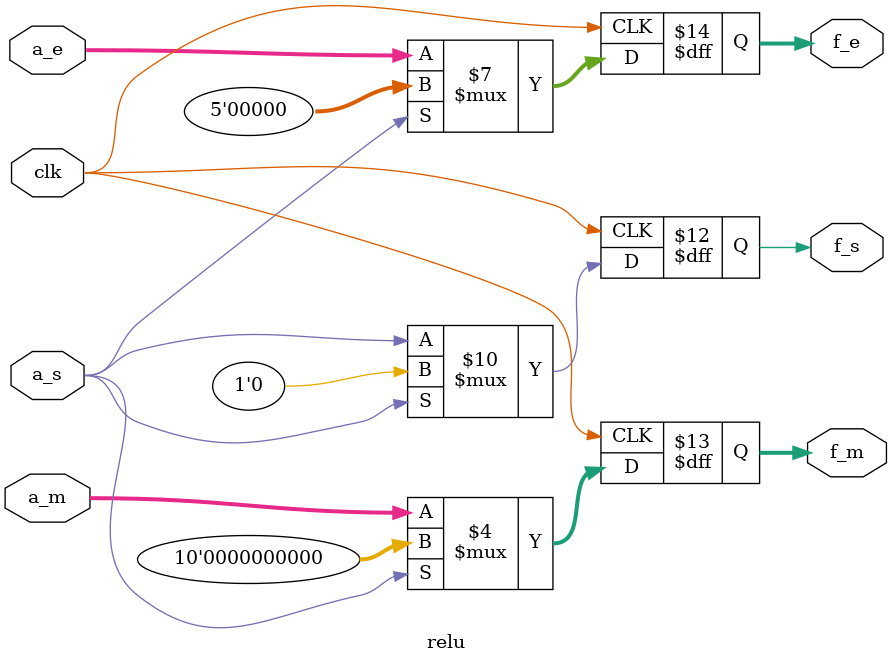
<source format=v>
`timescale 1ns / 1ps


module relu(
    input clk,
    
    input a_s,
    input [9:0] a_m,
    input [4:0] a_e,
    
    output reg f_s,
    output reg [9:0] f_m,
    output reg [4:0] f_e
);

    always @(posedge clk)
    begin
        if(a_s==1'b1) begin
            f_s=0;
            f_e=0;
            f_m=0;
        end else begin
            f_s=a_s;
            f_e=a_e;
            f_m=a_m;
        end
    end
endmodule

</source>
